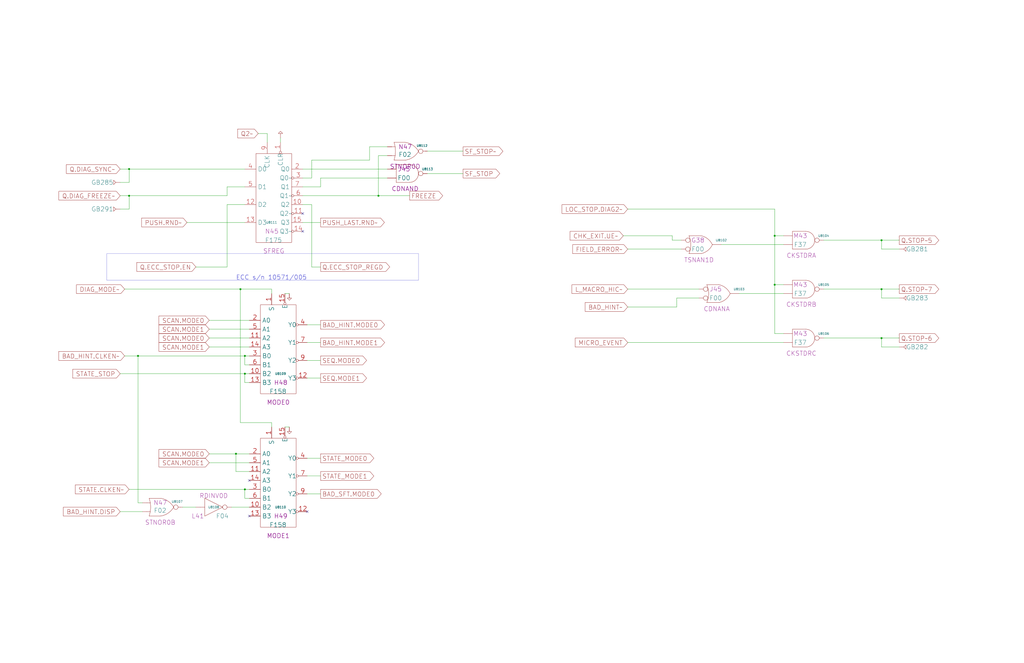
<source format=kicad_sch>
(kicad_sch (version 20230121) (generator eeschema)
  (paper "User" 584.2 378.46)
  (title_block (title "CLOCK MODE GENERATION") (date "22-MAY-90") (rev "1.0") (comment 1 "SEQUENCER") (comment 2 "232-003064") (comment 3 "S400") (comment 4 "RELEASED"))
  (lib_symbols
    (symbol "r1000:F00" (pin_numbers hide) (pin_names hide)
      (property "Reference" "U" (at 15.24 0 0))
      (property "Value" "F00" (at 1.905 -5.08 0))
      (property "Location" "___" (at 1.905 0 0))
      (property "Name" "______" (at 2.54 -12.7 0))
      (symbol "F00_0_1"
        (polyline (pts (xy -2.54 -7.62) (xy 5.08 -7.62)) (stroke (width 0.1524)))
        (polyline (pts (xy -2.54 2.54) (xy -2.54 -7.62)) (stroke (width 0.1524)))
        (polyline (pts (xy -2.54 2.54) (xy 5.08 2.54)) (stroke (width 0.1524)))
        (arc (start 5.08 -7.62) (mid 10.1282 -2.54) (end 5.08 2.54) (stroke (width 0.1524)))
        (circle (center 11.43 -2.54) (radius 1.27) (stroke (width 0.1524)))
      )
      (symbol "F00_0_2"
        (circle (center -3.81 -5.08) (radius 1.27) (stroke (width 0.1524)))
        (circle (center -3.81 0) (radius 1.27) (stroke (width 0.1524)))
        (arc (start -3.175 -7.62) (mid -2.134 -2.54) (end -3.175 2.54) (stroke (width 0.1524)))
        (polyline (pts (xy -3.175 -7.62) (xy 3.81 -7.62)) (stroke (width 0.1524)))
        (polyline (pts (xy -3.175 2.54) (xy 3.81 2.54)) (stroke (width 0.1524)))
        (arc (start 3.81 -7.62) (mid 7.5855 -5.8306) (end 10.16 -2.54) (stroke (width 0.1524)))
        (arc (start 10.16 -2.54) (mid 7.5827 0.7471) (end 3.81 2.54) (stroke (width 0.1524)))
      )
      (symbol "F00_1_1"
        (pin input line (at -7.62 0 0) (length 5.08) (name "D0") (number "1"))
        (pin input line (at -7.62 -5.08 0) (length 5.08) (name "D1") (number "2"))
        (pin output line (at 15.24 -2.54 180) (length 2.54) (name "Q") (number "3"))
      )
      (symbol "F00_1_2"
        (pin input line (at -7.62 0 0) (length 2.54) (name "D0") (number "1"))
        (pin input line (at -7.62 -5.08 0) (length 2.54) (name "D1") (number "2"))
        (pin output line (at 15.24 -2.54 180) (length 5.08) (name "Q") (number "3"))
      )
    )
    (symbol "r1000:F02" (pin_numbers hide) (pin_names hide)
      (property "Reference" "U" (at 12.16 0.635 0))
      (property "Value" "F02" (at -1.27 -4.445 0))
      (property "Location" "___" (at 2.54 0 0))
      (property "Name" "______" (at 2.54 -12.7 0))
      (symbol "F02_0_1"
        (arc (start -3.81 -7.62) (mid -2.9847 -2.54) (end -3.81 2.54) (stroke (width 0.1524)))
        (polyline (pts (xy -5.08 -5.08) (xy -3.175 -5.08)) (stroke (width 0.1524)))
        (polyline (pts (xy -5.08 0) (xy -3.175 0)) (stroke (width 0.1524)))
        (polyline (pts (xy -3.81 -7.62) (xy 2.54 -7.62)) (stroke (width 0.1524)))
        (polyline (pts (xy -3.81 2.54) (xy 2.54 2.54)) (stroke (width 0.1524)))
        (polyline (pts (xy 13.97 -2.54) (xy 12.7 -2.54)) (stroke (width 0.1524)))
        (arc (start 2.54 -7.62) (mid 6.9515 -5.9823) (end 10.16 -2.54) (stroke (width 0.1524)))
        (arc (start 10.16 -2.54) (mid 6.9478 0.8966) (end 2.54 2.54) (stroke (width 0.1524)))
        (circle (center 11.43 -2.54) (radius 1.27) (stroke (width 0.1524)))
      )
      (symbol "F02_0_2"
        (circle (center -3.81 -5.08) (radius 1.27) (stroke (width 0.1524)))
        (circle (center -3.81 0) (radius 1.27) (stroke (width 0.1524)))
        (polyline (pts (xy -2.54 -7.62) (xy 5.08 -7.62)) (stroke (width 0.1524)))
        (polyline (pts (xy -2.54 2.54) (xy -2.54 -7.62)) (stroke (width 0.1524)))
        (polyline (pts (xy -2.54 2.54) (xy 5.08 2.54)) (stroke (width 0.1524)))
        (polyline (pts (xy 11.43 -2.54) (xy 10.16 -2.54)) (stroke (width 0.1524)))
        (polyline (pts (xy 11.43 -2.54) (xy 12.7 -2.54)) (stroke (width 0.1524)))
        (arc (start 5.08 -7.62) (mid 10.1282 -2.54) (end 5.08 2.54) (stroke (width 0.1524)))
      )
      (symbol "F02_1_1"
        (pin input line (at -7.62 0 0) (length 2.54) (name "D0") (number "1"))
        (pin input line (at -7.62 -5.08 0) (length 2.54) (name "D1") (number "2"))
        (pin output line (at 15.24 -2.54 180) (length 1.27) (name "Q") (number "3"))
      )
      (symbol "F02_1_2"
        (pin input line (at -7.62 0 0) (length 2.54) (name "D0") (number "1"))
        (pin input line (at -7.62 -5.08 0) (length 2.54) (name "D1") (number "2"))
        (pin output line (at 15.24 -2.54 180) (length 2.54) (name "Q") (number "3"))
      )
    )
    (symbol "r1000:F04" (pin_numbers hide) (pin_names hide)
      (property "Reference" "U" (at 0 0 0))
      (property "Value" "F04" (at 1.27 -5.08 0))
      (property "Location" "___" (at -12.7 -5.08 0))
      (property "Name" "______" (at 0 5.08 0))
      (symbol "F04_0_1"
        (polyline (pts (xy -7.62 0) (xy -5.08 0)) (stroke (width 0.1524)))
        (polyline (pts (xy -5.08 5.08) (xy -5.08 -5.08)) (stroke (width 0.1524)))
        (polyline (pts (xy 5.08 0) (xy -5.08 -5.08)) (stroke (width 0.1524)))
        (polyline (pts (xy 5.08 0) (xy -5.08 5.08)) (stroke (width 0.1524)))
        (circle (center 6.35 0) (radius 1.27) (stroke (width 0.1524)))
      )
      (symbol "F04_1_1"
        (pin input line (at -10.16 0 0) (length 2.54) (name "D0") (number "1"))
        (pin output line (at 10.16 0 180) (length 2.54) (name "Q") (number "2"))
      )
    )
    (symbol "r1000:F158" (pin_names (offset 1.016))
      (property "Reference" "U" (at 2.54 5.08 0))
      (property "Value" "F158" (at -3.81 -5.08 0))
      (property "Location" "___" (at -1.27 0 0))
      (property "Name" "______" (at 1.27 -12.7 0))
      (symbol "F158_1_1"
        (rectangle (start -8.89 44.45) (end 11.43 -6.35))
        (circle (center 5.08 45.085) (radius 0.635))
        (circle (center 12.065 2.54) (radius 0.635))
        (circle (center 12.065 12.7) (radius 0.635))
        (circle (center 12.065 22.86) (radius 0.635))
        (circle (center 12.065 33.02) (radius 0.635))
        (pin input line (at -2.54 50.8 270) (length 6.35) (name "S") (number "1"))
        (pin input line (at -15.24 5.08 0) (length 6.35) (name "B2") (number "10"))
        (pin input line (at -15.24 25.4 0) (length 6.35) (name "A2") (number "11"))
        (pin output line (at 17.78 2.54 180) (length 5.08) (name "Y3") (number "12"))
        (pin input line (at -15.24 0 0) (length 6.35) (name "B3") (number "13"))
        (pin input line (at -15.24 20.32 0) (length 6.35) (name "A3") (number "14"))
        (pin input line (at 5.08 50.8 270) (length 5.08) (name "E") (number "15"))
        (pin input line (at -15.24 35.56 0) (length 6.35) (name "A0") (number "2"))
        (pin input line (at -15.24 15.24 0) (length 6.35) (name "B0") (number "3"))
        (pin output line (at 17.78 33.02 180) (length 5.08) (name "Y0") (number "4"))
        (pin input line (at -15.24 30.48 0) (length 6.35) (name "A1") (number "5"))
        (pin input line (at -15.24 10.16 0) (length 6.35) (name "B1") (number "6"))
        (pin output line (at 17.78 22.86 180) (length 5.08) (name "Y1") (number "7"))
        (pin output line (at 17.78 12.7 180) (length 5.08) (name "Y2") (number "9"))
      )
    )
    (symbol "r1000:F175" (pin_names (offset 1.016))
      (property "Reference" "U" (at 2.54 5.08 0))
      (property "Value" "F175" (at -1.27 -5.08 0))
      (property "Location" "___" (at -1.27 0 0))
      (property "Name" "______" (at 3.81 -12.7 0))
      (symbol "F175_1_1"
        (rectangle (start -6.35 44.45) (end 13.97 -6.35))
        (circle (center 7.62 45.085) (radius 0.635))
        (circle (center 14.605 0) (radius 0.635))
        (circle (center 14.605 10.16) (radius 0.635))
        (circle (center 14.605 20.32) (radius 0.635))
        (circle (center 14.605 30.48) (radius 0.635))
        (pin input line (at 7.62 50.8 270) (length 5.08) (name "CLR") (number "1"))
        (pin output line (at 20.32 15.24 180) (length 6.35) (name "Q2") (number "10"))
        (pin output line (at 20.32 10.16 180) (length 5.08) (name "Q2~") (number "11"))
        (pin input line (at -12.7 15.24 0) (length 6.35) (name "D2") (number "12"))
        (pin input line (at -12.7 5.08 0) (length 6.35) (name "D3") (number "13"))
        (pin output line (at 20.32 0 180) (length 5.08) (name "Q3~") (number "14"))
        (pin output line (at 20.32 5.08 180) (length 6.35) (name "Q3") (number "15"))
        (pin output line (at 20.32 35.56 180) (length 6.35) (name "Q0") (number "2"))
        (pin output line (at 20.32 30.48 180) (length 5.08) (name "Q0~") (number "3"))
        (pin input line (at -12.7 35.56 0) (length 6.35) (name "D0") (number "4"))
        (pin input line (at -12.7 25.4 0) (length 6.35) (name "D1") (number "5"))
        (pin output line (at 20.32 20.32 180) (length 5.08) (name "Q1~") (number "6"))
        (pin output line (at 20.32 25.4 180) (length 6.35) (name "Q1") (number "7"))
        (pin input line (at 0 50.8 270) (length 6.35) (name "CLK") (number "9"))
      )
    )
    (symbol "r1000:F37" (pin_numbers hide) (pin_names (offset 0) hide)
      (property "Reference" "U" (at 15.24 0 0))
      (property "Value" "F37" (at 1.905 -5.08 0))
      (property "Location" "___" (at 1.905 0 0))
      (property "Name" "______" (at 2.54 -12.7 0))
      (symbol "F37_0_1"
        (polyline (pts (xy -2.54 -7.62) (xy 5.08 -7.62)) (stroke (width 0.1524)))
        (polyline (pts (xy -2.54 2.54) (xy -2.54 -7.62)) (stroke (width 0.1524)))
        (polyline (pts (xy -2.54 2.54) (xy 5.08 2.54)) (stroke (width 0.1524)))
        (arc (start 5.08 -7.62) (mid 10.1282 -2.54) (end 5.08 2.54) (stroke (width 0.1524)))
        (circle (center 11.43 -2.54) (radius 1.27) (stroke (width 0.1524)))
      )
      (symbol "F37_0_2"
        (circle (center -3.81 -5.08) (radius 1.27) (stroke (width 0.1524)))
        (circle (center -3.81 0) (radius 1.27) (stroke (width 0.1524)))
        (arc (start -3.175 -7.62) (mid -2.134 -2.54) (end -3.175 2.54) (stroke (width 0.1524)))
        (polyline (pts (xy -3.175 -7.62) (xy 3.81 -7.62)) (stroke (width 0.1524)))
        (polyline (pts (xy -3.175 2.54) (xy 3.81 2.54)) (stroke (width 0.1524)))
        (arc (start 3.81 -7.62) (mid 7.5855 -5.8306) (end 10.16 -2.54) (stroke (width 0.1524)))
        (arc (start 10.16 -2.54) (mid 7.5827 0.7471) (end 3.81 2.54) (stroke (width 0.1524)))
      )
      (symbol "F37_1_1"
        (pin input line (at -7.62 0 0) (length 5.08) (name "D0") (number "1"))
        (pin input line (at -7.62 -5.08 0) (length 5.08) (name "D1") (number "2"))
        (pin output line (at 15.24 -2.54 180) (length 2.54) (name "Q") (number "3"))
      )
      (symbol "F37_1_2"
        (pin input line (at -7.62 0 0) (length 2.54) (name "D0") (number "1"))
        (pin input line (at -7.62 -5.08 0) (length 2.54) (name "D1") (number "2"))
        (pin output line (at 15.24 -2.54 180) (length 5.08) (name "Q") (number "3"))
      )
    )
    (symbol "r1000:GB" (pin_numbers hide) (pin_names (offset 0) hide)
      (property "Reference" "GB" (at 3.81 0 0))
      (symbol "GB_0_1"
        (polyline (pts (xy 2.54 0) (xy 3.81 1.27) (xy 3.81 -1.27) (xy 2.54 0)) (stroke (width 0.1524)))
      )
      (symbol "GB_1_1"
        (pin bidirectional line (at 0 0 0) (length 2.54) (name "") (number "1"))
      )
    )
    (symbol "r1000:PD" (power) (pin_numbers hide) (pin_names hide) (in_bom no)
      (symbol "PD_0_1"
        (polyline (pts (xy 0 -2.54) (xy 1.27 -2.54) (xy 0 -3.81) (xy -1.27 -2.54) (xy 0 -2.54)) (stroke (width 0.1524)))
      )
      (symbol "PD_1_1"
        (pin power_in line (at 0 0 270) (length 2.54) (name "PD") (number "1"))
      )
    )
    (symbol "r1000:PU" (power) (pin_numbers hide) (pin_names hide)
      (symbol "PU_0_1"
        (polyline (pts (xy 0 2.54) (xy -1.27 2.54) (xy 0 3.81) (xy 1.27 2.54) (xy 0 2.54)) (stroke (width 0.1524)))
      )
      (symbol "PU_1_1"
        (pin power_in line (at 0 0 90) (length 2.54) (name "PU") (number "1"))
      )
    )
  )
  (junction (at 78.74 203.2))
  (junction (at 502.92 193.04))
  (junction (at 502.92 137.16))
  (junction (at 441.96 162.56))
  (junction (at 139.7 213.36))
  (junction (at 441.96 134.62))
  (junction (at 502.92 165.1))
  (junction (at 139.7 279.4))
  (junction (at 134.62 259.08))
  (junction (at 137.16 165.1))
  (junction (at 139.7 203.2))
  (junction (at 73.66 111.76))
  (junction (at 215.9 111.76))
  (junction (at 73.66 96.52))
  (no_connect (at 142.24 274.32))
  (no_connect (at 175.26 292.1))
  (no_connect (at 172.72 132.08))
  (no_connect (at 172.72 121.92))
  (no_connect (at 142.24 294.64))
  (wire (pts (xy 134.62 269.24) (xy 134.62 259.08)))
  (wire (pts (xy 177.8 91.44) (xy 210.82 91.44)))
  (wire (pts (xy 513.08 170.18) (xy 502.92 170.18)))
  (wire (pts (xy 139.7 218.44) (xy 139.7 213.36)))
  (wire (pts (xy 177.8 152.4) (xy 177.8 116.84)))
  (wire (pts (xy 172.72 127) (xy 182.88 127)))
  (wire (pts (xy 358.14 142.24) (xy 388.62 142.24)))
  (polyline (pts (xy 60.96 144.78) (xy 238.76 144.78)) (stroke (width 0.0243)))
  (wire (pts (xy 68.58 119.38) (xy 73.66 119.38)))
  (wire (pts (xy 73.66 104.14) (xy 73.66 96.52)))
  (wire (pts (xy 119.38 198.12) (xy 142.24 198.12)))
  (polyline (pts (xy 238.76 160.02) (xy 60.96 160.02)) (stroke (width 0.0243)))
  (wire (pts (xy 119.38 264.16) (xy 142.24 264.16)))
  (wire (pts (xy 119.38 187.96) (xy 142.24 187.96)))
  (wire (pts (xy 129.54 116.84) (xy 139.7 116.84)))
  (wire (pts (xy 142.24 208.28) (xy 139.7 208.28)))
  (wire (pts (xy 182.88 101.6) (xy 220.98 101.6)))
  (wire (pts (xy 137.16 165.1) (xy 137.16 241.3)))
  (wire (pts (xy 147.32 76.2) (xy 152.4 76.2)))
  (wire (pts (xy 172.72 106.68) (xy 182.88 106.68)))
  (wire (pts (xy 73.66 279.4) (xy 139.7 279.4)))
  (wire (pts (xy 386.08 175.26) (xy 386.08 170.18)))
  (wire (pts (xy 132.08 289.56) (xy 142.24 289.56)))
  (polyline (pts (xy 60.96 144.78) (xy 60.96 160.02)) (stroke (width 0.0243)))
  (wire (pts (xy 162.56 243.84) (xy 165.1 243.84)))
  (wire (pts (xy 160.02 78.74) (xy 160.02 81.28)))
  (wire (pts (xy 154.94 243.84) (xy 154.94 241.3)))
  (wire (pts (xy 355.6 134.62) (xy 383.54 134.62)))
  (wire (pts (xy 502.92 142.24) (xy 502.92 137.16)))
  (wire (pts (xy 447.04 162.56) (xy 441.96 162.56)))
  (wire (pts (xy 411.48 139.7) (xy 447.04 139.7)))
  (wire (pts (xy 175.26 281.94) (xy 182.88 281.94)))
  (wire (pts (xy 215.9 88.9) (xy 220.98 88.9)))
  (wire (pts (xy 142.24 284.48) (xy 139.7 284.48)))
  (wire (pts (xy 383.54 134.62) (xy 383.54 137.16)))
  (wire (pts (xy 441.96 162.56) (xy 441.96 190.5)))
  (wire (pts (xy 469.9 165.1) (xy 502.92 165.1)))
  (wire (pts (xy 139.7 284.48) (xy 139.7 279.4)))
  (wire (pts (xy 73.66 111.76) (xy 129.54 111.76)))
  (wire (pts (xy 119.38 182.88) (xy 142.24 182.88)))
  (wire (pts (xy 139.7 279.4) (xy 142.24 279.4)))
  (wire (pts (xy 502.92 198.12) (xy 502.92 193.04)))
  (wire (pts (xy 441.96 119.38) (xy 441.96 134.62)))
  (wire (pts (xy 175.26 271.78) (xy 182.88 271.78)))
  (wire (pts (xy 139.7 213.36) (xy 142.24 213.36)))
  (wire (pts (xy 210.82 91.44) (xy 210.82 83.82)))
  (wire (pts (xy 175.26 195.58) (xy 182.88 195.58)))
  (wire (pts (xy 81.28 287.02) (xy 78.74 287.02)))
  (wire (pts (xy 358.14 195.58) (xy 447.04 195.58)))
  (wire (pts (xy 71.12 165.1) (xy 137.16 165.1)))
  (wire (pts (xy 177.8 101.6) (xy 177.8 91.44)))
  (wire (pts (xy 119.38 193.04) (xy 142.24 193.04)))
  (wire (pts (xy 243.84 86.36) (xy 264.16 86.36)))
  (wire (pts (xy 172.72 101.6) (xy 177.8 101.6)))
  (wire (pts (xy 129.54 152.4) (xy 129.54 116.84)))
  (wire (pts (xy 175.26 185.42) (xy 182.88 185.42)))
  (wire (pts (xy 441.96 162.56) (xy 441.96 134.62)))
  (wire (pts (xy 441.96 134.62) (xy 447.04 134.62)))
  (wire (pts (xy 68.58 96.52) (xy 73.66 96.52)))
  (wire (pts (xy 215.9 111.76) (xy 233.68 111.76)))
  (wire (pts (xy 502.92 193.04) (xy 513.08 193.04)))
  (wire (pts (xy 68.58 213.36) (xy 139.7 213.36)))
  (wire (pts (xy 139.7 203.2) (xy 139.7 208.28)))
  (wire (pts (xy 421.64 167.64) (xy 447.04 167.64)))
  (wire (pts (xy 154.94 241.3) (xy 137.16 241.3)))
  (wire (pts (xy 182.88 152.4) (xy 177.8 152.4)))
  (wire (pts (xy 177.8 116.84) (xy 172.72 116.84)))
  (wire (pts (xy 142.24 269.24) (xy 134.62 269.24)))
  (wire (pts (xy 78.74 287.02) (xy 78.74 203.2)))
  (wire (pts (xy 68.58 111.76) (xy 73.66 111.76)))
  (wire (pts (xy 358.14 119.38) (xy 441.96 119.38)))
  (wire (pts (xy 215.9 111.76) (xy 215.9 88.9)))
  (wire (pts (xy 502.92 165.1) (xy 513.08 165.1)))
  (wire (pts (xy 139.7 203.2) (xy 142.24 203.2)))
  (wire (pts (xy 162.56 167.64) (xy 165.1 167.64)))
  (wire (pts (xy 78.74 203.2) (xy 139.7 203.2)))
  (wire (pts (xy 111.76 152.4) (xy 129.54 152.4)))
  (wire (pts (xy 137.16 165.1) (xy 154.94 165.1)))
  (wire (pts (xy 152.4 76.2) (xy 152.4 81.28)))
  (wire (pts (xy 172.72 111.76) (xy 215.9 111.76)))
  (wire (pts (xy 358.14 165.1) (xy 398.78 165.1)))
  (wire (pts (xy 73.66 119.38) (xy 73.66 111.76)))
  (wire (pts (xy 513.08 198.12) (xy 502.92 198.12)))
  (wire (pts (xy 78.74 203.2) (xy 71.12 203.2)))
  (wire (pts (xy 210.82 83.82) (xy 220.98 83.82)))
  (wire (pts (xy 447.04 190.5) (xy 441.96 190.5)))
  (wire (pts (xy 469.9 137.16) (xy 502.92 137.16)))
  (wire (pts (xy 154.94 165.1) (xy 154.94 167.64)))
  (wire (pts (xy 142.24 218.44) (xy 139.7 218.44)))
  (wire (pts (xy 502.92 170.18) (xy 502.92 165.1)))
  (wire (pts (xy 383.54 137.16) (xy 388.62 137.16)))
  (polyline (pts (xy 238.76 144.78) (xy 238.76 160.02)) (stroke (width 0.0243)))
  (wire (pts (xy 175.26 215.9) (xy 182.88 215.9)))
  (wire (pts (xy 129.54 111.76) (xy 129.54 106.68)))
  (wire (pts (xy 104.14 289.56) (xy 111.76 289.56)))
  (wire (pts (xy 243.84 99.06) (xy 264.16 99.06)))
  (wire (pts (xy 175.26 205.74) (xy 182.88 205.74)))
  (wire (pts (xy 73.66 96.52) (xy 139.7 96.52)))
  (wire (pts (xy 134.62 259.08) (xy 142.24 259.08)))
  (wire (pts (xy 513.08 142.24) (xy 502.92 142.24)))
  (wire (pts (xy 469.9 193.04) (xy 502.92 193.04)))
  (wire (pts (xy 502.92 137.16) (xy 513.08 137.16)))
  (wire (pts (xy 68.58 104.14) (xy 73.66 104.14)))
  (wire (pts (xy 358.14 175.26) (xy 386.08 175.26)))
  (wire (pts (xy 129.54 106.68) (xy 139.7 106.68)))
  (wire (pts (xy 106.68 127) (xy 139.7 127)))
  (wire (pts (xy 182.88 106.68) (xy 182.88 101.6)))
  (wire (pts (xy 175.26 261.62) (xy 182.88 261.62)))
  (wire (pts (xy 386.08 170.18) (xy 398.78 170.18)))
  (wire (pts (xy 119.38 259.08) (xy 134.62 259.08)))
  (wire (pts (xy 172.72 96.52) (xy 220.98 96.52)))
  (wire (pts (xy 68.58 292.1) (xy 81.28 292.1)))
  (text "ECC s/n 10571/005" (at 134.62 160.02 0) (effects (font (size 2.54 2.54)) (justify left bottom)))
  (global_label "Q.ECC_STOP.EN" (shape input) (at 111.76 152.4 180) (effects (font (size 2.54 2.54))) (property "Intersheetrefs" "${INTERSHEET_REFS}" (at 77.6454 152.2413 0) (effects (font (size 1.905 1.905)) (justify right))))
  (global_label "STATE_MODE0" (shape output) (at 182.88 261.62 0) (effects (font (size 2.54 2.54))) (property "Intersheetrefs" "${INTERSHEET_REFS}" (at 213.227 261.4613 0) (effects (font (size 1.905 1.905)) (justify left))))
  (global_label "CHK_EXIT.UE~" (shape input) (at 355.6 134.62 180) (effects (font (size 2.54 2.54))) (property "Intersheetrefs" "${INTERSHEET_REFS}" (at 325.253 134.4613 0) (effects (font (size 1.905 1.905)) (justify right))))
  (global_label "SCAN.MODE1" (shape input) (at 119.38 187.96 180) (effects (font (size 2.54 2.54))) (property "Intersheetrefs" "${INTERSHEET_REFS}" (at 90.7264 187.8013 0) (effects (font (size 1.905 1.905)) (justify right))))
  (global_label "STATE_STOP" (shape input) (at 68.58 213.36 180) (effects (font (size 2.54 2.54))) (property "Intersheetrefs" "${INTERSHEET_REFS}" (at 41.4988 213.2013 0) (effects (font (size 1.905 1.905)) (justify right))))
  (global_label "SCAN.MODE1" (shape input) (at 119.38 264.16 180) (effects (font (size 2.54 2.54))) (property "Intersheetrefs" "${INTERSHEET_REFS}" (at 90.7264 264.0013 0) (effects (font (size 1.905 1.905)) (justify right))))
  (global_label "SEQ.MODE0" (shape output) (at 182.88 205.74 0) (effects (font (size 2.54 2.54))) (property "Intersheetrefs" "${INTERSHEET_REFS}" (at 209.1146 205.5813 0) (effects (font (size 1.905 1.905)) (justify left))))
  (global_label "SEQ.MODE1" (shape output) (at 182.88 215.9 0) (effects (font (size 2.54 2.54))) (property "Intersheetrefs" "${INTERSHEET_REFS}" (at 209.1146 215.7413 0) (effects (font (size 1.905 1.905)) (justify left))))
  (global_label "SCAN.MODE1" (shape input) (at 119.38 198.12 180) (effects (font (size 2.54 2.54))) (property "Intersheetrefs" "${INTERSHEET_REFS}" (at 90.7264 197.9613 0) (effects (font (size 1.905 1.905)) (justify right))))
  (global_label "FIELD_ERROR~" (shape input) (at 358.14 142.24 180) (effects (font (size 2.54 2.54))) (property "Intersheetrefs" "${INTERSHEET_REFS}" (at 326.7045 142.0813 0) (effects (font (size 1.905 1.905)) (justify right))))
  (global_label "DIAG_MODE~" (shape input) (at 71.12 165.1 180) (effects (font (size 2.54 2.54))) (property "Intersheetrefs" "${INTERSHEET_REFS}" (at 43.6759 164.9413 0) (effects (font (size 1.905 1.905)) (justify right))))
  (global_label "BAD_SFT.MODE0" (shape output) (at 182.88 281.94 0) (effects (font (size 2.54 2.54))) (property "Intersheetrefs" "${INTERSHEET_REFS}" (at 217.4603 281.7813 0) (effects (font (size 1.905 1.905)) (justify left))))
  (global_label "STATE.CLKEN~" (shape input) (at 73.66 279.4 180) (effects (font (size 2.54 2.54))) (property "Intersheetrefs" "${INTERSHEET_REFS}" (at 36.7816 279.2413 0) (effects (font (size 1.905 1.905)) (justify right))))
  (global_label "Q.DIAG_SYNC~" (shape input) (at 68.58 96.52 180) (effects (font (size 2.54 2.54))) (property "Intersheetrefs" "${INTERSHEET_REFS}" (at 37.8702 96.3613 0) (effects (font (size 1.905 1.905)) (justify right))))
  (global_label "PUSH_LAST.RND~" (shape output) (at 182.88 127 0) (effects (font (size 2.54 2.54))) (property "Intersheetrefs" "${INTERSHEET_REFS}" (at 219.2746 126.8413 0) (effects (font (size 1.905 1.905)) (justify left))))
  (global_label "FREEZE" (shape output) (at 233.68 111.76 0) (effects (font (size 2.54 2.54))) (property "Intersheetrefs" "${INTERSHEET_REFS}" (at 252.5365 111.6013 0) (effects (font (size 1.905 1.905)) (justify left))))
  (global_label "BAD_HINT.CLKEN~" (shape input) (at 71.12 203.2 180) (effects (font (size 2.54 2.54))) (property "Intersheetrefs" "${INTERSHEET_REFS}" (at 33.5159 203.0413 0) (effects (font (size 1.905 1.905)) (justify right))))
  (global_label "BAD_HINT~" (shape input) (at 358.14 175.26 180) (effects (font (size 2.54 2.54))) (property "Intersheetrefs" "${INTERSHEET_REFS}" (at 333.8407 175.1013 0) (effects (font (size 1.905 1.905)) (justify right))))
  (global_label "Q.DIAG_FREEZE~" (shape input) (at 68.58 111.76 180) (effects (font (size 2.54 2.54))) (property "Intersheetrefs" "${INTERSHEET_REFS}" (at 33.6369 111.6013 0) (effects (font (size 1.905 1.905)) (justify right))))
  (global_label "SCAN.MODE0" (shape input) (at 119.38 259.08 180) (effects (font (size 2.54 2.54))) (property "Intersheetrefs" "${INTERSHEET_REFS}" (at 90.7264 258.9213 0) (effects (font (size 1.905 1.905)) (justify right))))
  (global_label "BAD_HINT.DISP" (shape input) (at 68.58 292.1 180) (effects (font (size 2.54 2.54))) (property "Intersheetrefs" "${INTERSHEET_REFS}" (at 36.1769 291.9413 0) (effects (font (size 1.905 1.905)) (justify right))))
  (global_label "PUSH.RND~" (shape input) (at 106.68 127 180) (effects (font (size 2.54 2.54))) (property "Intersheetrefs" "${INTERSHEET_REFS}" (at 80.4273 126.8413 0) (effects (font (size 1.905 1.905)) (justify right))))
  (global_label "Q.STOP~6" (shape output) (at 513.08 193.04 0) (effects (font (size 2.54 2.54))) (property "Intersheetrefs" "${INTERSHEET_REFS}" (at 535.565 192.8813 0) (effects (font (size 1.905 1.905)) (justify left))))
  (global_label "BAD_HINT.MODE1" (shape output) (at 182.88 195.58 0) (effects (font (size 2.54 2.54))) (property "Intersheetrefs" "${INTERSHEET_REFS}" (at 219.3955 195.4213 0) (effects (font (size 1.905 1.905)) (justify left))))
  (global_label "LOC_STOP.DIAG2~" (shape input) (at 358.14 119.38 180) (effects (font (size 2.54 2.54))) (property "Intersheetrefs" "${INTERSHEET_REFS}" (at 320.6569 119.2213 0) (effects (font (size 1.905 1.905)) (justify right))))
  (global_label "L_MACRO_HIC~" (shape input) (at 358.14 165.1 180) (effects (font (size 2.54 2.54))) (property "Intersheetrefs" "${INTERSHEET_REFS}" (at 326.3416 164.9413 0) (effects (font (size 1.905 1.905)) (justify right))))
  (global_label "Q2~" (shape input) (at 147.32 76.2 180) (effects (font (size 2.54 2.54))) (property "Intersheetrefs" "${INTERSHEET_REFS}" (at 135.5997 76.0413 0) (effects (font (size 1.905 1.905)) (justify right))))
  (global_label "SF_STOP~" (shape output) (at 264.16 86.36 0) (effects (font (size 2.54 2.54))) (property "Intersheetrefs" "${INTERSHEET_REFS}" (at 286.887 86.2013 0) (effects (font (size 1.905 1.905)) (justify left))))
  (global_label "BAD_HINT.MODE0" (shape output) (at 182.88 185.42 0) (effects (font (size 2.54 2.54))) (property "Intersheetrefs" "${INTERSHEET_REFS}" (at 219.3955 185.2613 0) (effects (font (size 1.905 1.905)) (justify left))))
  (global_label "SF_STOP" (shape output) (at 264.16 99.06 0) (effects (font (size 2.54 2.54))) (property "Intersheetrefs" "${INTERSHEET_REFS}" (at 285.0727 98.9013 0) (effects (font (size 1.905 1.905)) (justify left))))
  (global_label "STATE_MODE1" (shape output) (at 182.88 271.78 0) (effects (font (size 2.54 2.54))) (property "Intersheetrefs" "${INTERSHEET_REFS}" (at 213.227 271.6213 0) (effects (font (size 1.905 1.905)) (justify left))))
  (global_label "SCAN.MODE0" (shape input) (at 119.38 193.04 180) (effects (font (size 2.54 2.54))) (property "Intersheetrefs" "${INTERSHEET_REFS}" (at 90.7264 192.8813 0) (effects (font (size 1.905 1.905)) (justify right))))
  (global_label "Q.STOP~5" (shape output) (at 513.08 137.16 0) (effects (font (size 2.54 2.54))) (property "Intersheetrefs" "${INTERSHEET_REFS}" (at 535.565 137.0013 0) (effects (font (size 1.905 1.905)) (justify left))))
  (global_label "Q.ECC_STOP_REGD" (shape output) (at 182.88 152.4 0) (effects (font (size 2.54 2.54))) (property "Intersheetrefs" "${INTERSHEET_REFS}" (at 222.6794 152.2413 0) (effects (font (size 1.905 1.905)) (justify left))))
  (global_label "Q.STOP~7" (shape output) (at 513.08 165.1 0) (effects (font (size 2.54 2.54))) (property "Intersheetrefs" "${INTERSHEET_REFS}" (at 535.565 164.9413 0) (effects (font (size 1.905 1.905)) (justify left))))
  (global_label "SCAN.MODE0" (shape input) (at 119.38 182.88 180) (effects (font (size 2.54 2.54))) (property "Intersheetrefs" "${INTERSHEET_REFS}" (at 90.7264 182.7213 0) (effects (font (size 1.905 1.905)) (justify right))))
  (global_label "MICRO_EVENT" (shape input) (at 358.14 195.58 180) (effects (font (size 2.54 2.54))) (property "Intersheetrefs" "${INTERSHEET_REFS}" (at 328.1559 195.4213 0) (effects (font (size 1.905 1.905)) (justify right))))
  (symbol (lib_id "r1000:F00") (at 228.6 96.52 0) (unit 1)
    (property "Reference" "U8113" (at 243.84 96.52 0))
    (property "Value" "F00" (at 230.505 101.6 0) (effects (font (size 2.54 2.54))))
    (property "Location" "J45" (at 230.505 96.52 0) (effects (font (size 2.54 2.54))))
    (property "Name" "CDNAND" (at 231.14 109.22 0) (effects (font (size 2.54 2.54)) (justify bottom)))
  )
  (symbol (lib_id "r1000:GB") (at 513.08 170.18 0) (unit 1)
    (property "Reference" "GB283" (at 516.89 170.18 0) (effects (font (size 2.54 2.54)) (justify left)))
    (property "Value" "GB" (effects hide))
  )
  (symbol (lib_id "r1000:F37") (at 454.66 190.5 0) (unit 1)
    (property "Reference" "U8106" (at 469.9 190.5 0))
    (property "Value" "F37" (at 456.565 195.58 0) (effects (font (size 2.54 2.54))))
    (property "Location" "M43" (at 456.565 190.5 0) (effects (font (size 2.54 2.54))))
    (property "Name" "CKSTDRC" (at 457.2 203.2 0) (effects (font (size 2.54 2.54)) (justify bottom)))
  )
  (symbol (lib_id "r1000:F158") (at 157.48 294.64 0) (unit 1)
    (property "Reference" "U8110" (at 160.02 289.56 0))
    (property "Value" "F158" (at 153.67 299.72 0) (effects (font (size 2.54 2.54)) (justify left)))
    (property "Location" "H49" (at 156.21 294.64 0) (effects (font (size 2.54 2.54)) (justify left)))
    (property "Name" "MODE1" (at 158.75 307.34 0) (effects (font (size 2.54 2.54)) (justify bottom)))
  )
  (symbol (lib_id "r1000:F00") (at 406.4 165.1 0) (unit 1) (convert 2)
    (property "Reference" "U8103" (at 421.64 165.1 0))
    (property "Value" "F00" (at 408.305 170.18 0) (effects (font (size 2.54 2.54))))
    (property "Location" "J45" (at 408.305 165.1 0) (effects (font (size 2.54 2.54))))
    (property "Name" "CDNANA" (at 408.94 177.8 0) (effects (font (size 2.54 2.54)) (justify bottom)))
  )
  (symbol (lib_id "r1000:F175") (at 152.4 132.08 0) (unit 1)
    (property "Reference" "U8111" (at 154.94 127 0))
    (property "Value" "F175" (at 151.13 137.16 0) (effects (font (size 2.54 2.54)) (justify left)))
    (property "Location" "N45" (at 151.13 132.08 0) (effects (font (size 2.54 2.54)) (justify left)))
    (property "Name" "SFREG" (at 156.21 144.78 0) (effects (font (size 2.54 2.54)) (justify bottom)))
  )
  (symbol (lib_id "r1000:F02") (at 88.9 287.02 0) (unit 1)
    (property "Reference" "U8107" (at 101.06 286.385 0))
    (property "Value" "F02" (at 87.63 291.465 0) (effects (font (size 2.54 2.54)) (justify left)))
    (property "Location" "N47" (at 91.44 287.02 0) (effects (font (size 2.54 2.54))))
    (property "Name" "STNOR0B" (at 91.44 299.72 0) (effects (font (size 2.54 2.54)) (justify bottom)))
  )
  (symbol (lib_id "r1000:PD") (at 165.1 167.64 0) (unit 1) (in_bom no)
    (property "Reference" "#PWR08103" (effects hide))
    (property "Value" "PD" (effects hide))
  )
  (symbol (lib_id "r1000:F00") (at 396.24 137.16 0) (unit 1) (convert 2)
    (property "Reference" "U8102" (at 411.48 137.16 0))
    (property "Value" "F00" (at 398.145 142.24 0) (effects (font (size 2.54 2.54))))
    (property "Location" "G38" (at 398.145 137.16 0) (effects (font (size 2.54 2.54))))
    (property "Name" "TSNAN1D" (at 398.78 149.86 0) (effects (font (size 2.54 2.54)) (justify bottom)))
  )
  (symbol (lib_id "r1000:PU") (at 160.02 78.74 0) (unit 1)
    (property "Reference" "#PWR08105" (effects hide))
    (property "Value" "PU" (effects hide))
  )
  (symbol (lib_id "r1000:F02") (at 228.6 83.82 0) (unit 1)
    (property "Reference" "U8112" (at 240.76 83.185 0))
    (property "Value" "F02" (at 227.33 88.265 0) (effects (font (size 2.54 2.54)) (justify left)))
    (property "Location" "N47" (at 231.14 83.82 0) (effects (font (size 2.54 2.54))))
    (property "Name" "STNOR0D" (at 231.14 96.52 0) (effects (font (size 2.54 2.54)) (justify bottom)))
  )
  (symbol (lib_id "r1000:GB") (at 513.08 198.12 0) (unit 1)
    (property "Reference" "GB282" (at 516.89 198.12 0) (effects (font (size 2.54 2.54)) (justify left)))
    (property "Value" "GB" (effects hide))
  )
  (symbol (lib_id "r1000:PD") (at 165.1 243.84 0) (unit 1) (in_bom no)
    (property "Reference" "#PWR08104" (effects hide))
    (property "Value" "PD" (effects hide))
  )
  (symbol (lib_id "r1000:F37") (at 454.66 162.56 0) (unit 1)
    (property "Reference" "U8105" (at 469.9 162.56 0))
    (property "Value" "F37" (at 456.565 167.64 0) (effects (font (size 2.54 2.54))))
    (property "Location" "M43" (at 456.565 162.56 0) (effects (font (size 2.54 2.54))))
    (property "Name" "CKSTDRB" (at 457.2 175.26 0) (effects (font (size 2.54 2.54)) (justify bottom)))
  )
  (symbol (lib_id "r1000:F37") (at 454.66 134.62 0) (unit 1)
    (property "Reference" "U8104" (at 469.9 134.62 0))
    (property "Value" "F37" (at 456.565 139.7 0) (effects (font (size 2.54 2.54))))
    (property "Location" "M43" (at 456.565 134.62 0) (effects (font (size 2.54 2.54))))
    (property "Name" "CKSTDRA" (at 457.2 147.32 0) (effects (font (size 2.54 2.54)) (justify bottom)))
  )
  (symbol (lib_id "r1000:F158") (at 157.48 218.44 0) (unit 1)
    (property "Reference" "U8109" (at 160.02 213.36 0))
    (property "Value" "F158" (at 153.67 223.52 0) (effects (font (size 2.54 2.54)) (justify left)))
    (property "Location" "H48" (at 156.21 218.44 0) (effects (font (size 2.54 2.54)) (justify left)))
    (property "Name" "MODE0" (at 158.75 231.14 0) (effects (font (size 2.54 2.54)) (justify bottom)))
  )
  (symbol (lib_id "r1000:GB") (at 68.58 119.38 0) (mirror y) (unit 1)
    (property "Reference" "GB291" (at 64.77 119.38 0) (effects (font (size 2.54 2.54)) (justify left)))
    (property "Value" "GB" (effects hide))
  )
  (symbol (lib_id "r1000:F04") (at 121.92 289.56 0) (unit 1)
    (property "Reference" "U8108" (at 121.92 289.56 0))
    (property "Value" "F04" (at 123.19 294.64 0) (effects (font (size 2.54 2.54)) (justify left)))
    (property "Location" "L41" (at 109.22 294.64 0) (effects (font (size 2.54 2.54)) (justify left)))
    (property "Name" "RDINV0D" (at 121.92 284.48 0) (effects (font (size 2.54 2.54)) (justify bottom)))
  )
  (symbol (lib_id "r1000:GB") (at 68.58 104.14 0) (mirror y) (unit 1)
    (property "Reference" "GB285" (at 64.77 104.14 0) (effects (font (size 2.54 2.54)) (justify left)))
    (property "Value" "GB" (effects hide))
  )
  (symbol (lib_id "r1000:GB") (at 513.08 142.24 0) (unit 1)
    (property "Reference" "GB281" (at 516.89 142.24 0) (effects (font (size 2.54 2.54)) (justify left)))
    (property "Value" "GB" (effects hide))
  )
)
</source>
